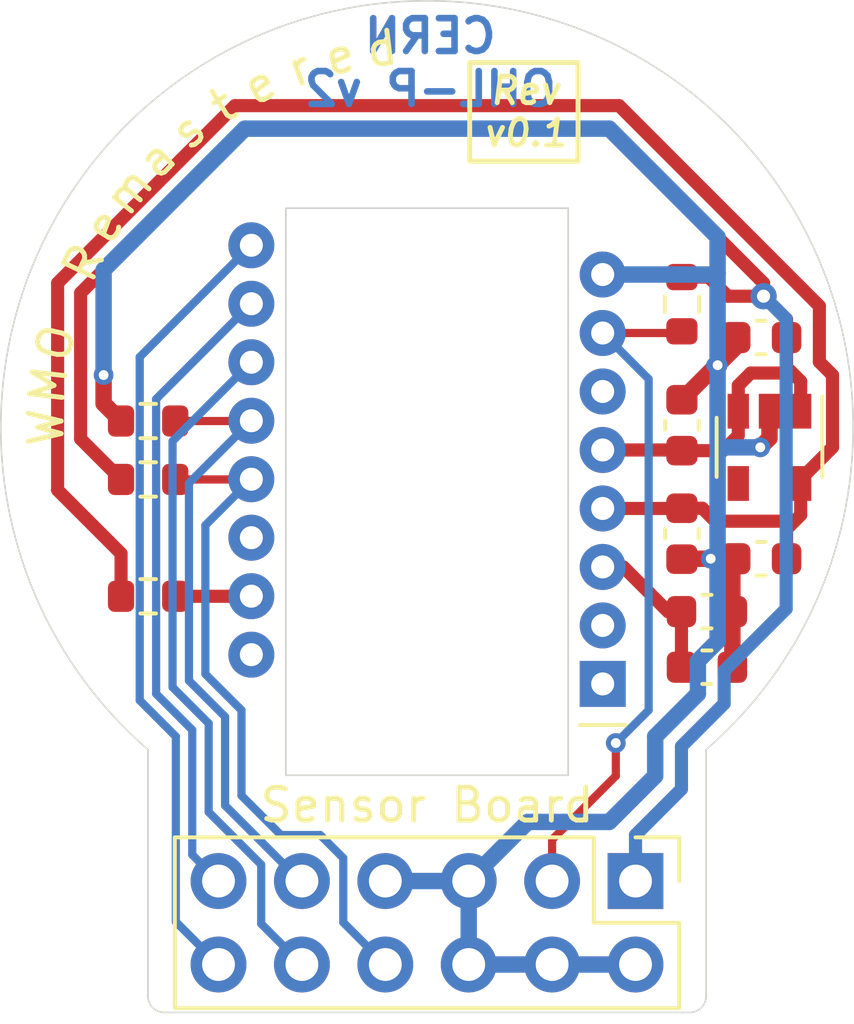
<source format=kicad_pcb>
(kicad_pcb (version 20171130) (host pcbnew 5.1.8)

  (general
    (thickness 1.6)
    (drawings 39)
    (tracks 150)
    (zones 0)
    (modules 13)
    (nets 13)
  )

  (page A4)
  (layers
    (0 F.Cu signal)
    (31 B.Cu signal)
    (32 B.Adhes user)
    (33 F.Adhes user)
    (34 B.Paste user)
    (35 F.Paste user)
    (36 B.SilkS user)
    (37 F.SilkS user)
    (38 B.Mask user)
    (39 F.Mask user)
    (40 Dwgs.User user)
    (41 Cmts.User user)
    (42 Eco1.User user)
    (43 Eco2.User user)
    (44 Edge.Cuts user)
    (45 Margin user)
    (46 B.CrtYd user)
    (47 F.CrtYd user)
    (48 B.Fab user)
    (49 F.Fab user)
  )

  (setup
    (last_trace_width 0.25)
    (user_trace_width 0.4)
    (trace_clearance 0.2)
    (zone_clearance 0.508)
    (zone_45_only no)
    (trace_min 0.2)
    (via_size 0.8)
    (via_drill 0.4)
    (via_min_size 0.4)
    (via_min_drill 0.3)
    (user_via 0.6 0.3)
    (uvia_size 0.3)
    (uvia_drill 0.1)
    (uvias_allowed no)
    (uvia_min_size 0.2)
    (uvia_min_drill 0.1)
    (edge_width 0.05)
    (segment_width 0.2)
    (pcb_text_width 0.3)
    (pcb_text_size 1.5 1.5)
    (mod_edge_width 0.12)
    (mod_text_size 1 1)
    (mod_text_width 0.15)
    (pad_size 1.524 1.524)
    (pad_drill 0.762)
    (pad_to_mask_clearance 0)
    (aux_axis_origin 100 100)
    (grid_origin 100 100)
    (visible_elements FFFFFF7F)
    (pcbplotparams
      (layerselection 0x010fc_ffffffff)
      (usegerberextensions false)
      (usegerberattributes true)
      (usegerberadvancedattributes true)
      (creategerberjobfile true)
      (excludeedgelayer true)
      (linewidth 0.100000)
      (plotframeref false)
      (viasonmask false)
      (mode 1)
      (useauxorigin false)
      (hpglpennumber 1)
      (hpglpenspeed 20)
      (hpglpendiameter 15.000000)
      (psnegative false)
      (psa4output false)
      (plotreference true)
      (plotvalue true)
      (plotinvisibletext false)
      (padsonsilk false)
      (subtractmaskfromsilk false)
      (outputformat 1)
      (mirror false)
      (drillshape 0)
      (scaleselection 1)
      (outputdirectory "gerber/"))
  )

  (net 0 "")
  (net 1 GND)
  (net 2 +3V3)
  (net 3 +1V8)
  (net 4 "Net-(C104-Pad1)")
  (net 5 /~CS)
  (net 6 /MISO)
  (net 7 /~RESET)
  (net 8 "Net-(R104-Pad2)")
  (net 9 "Net-(U101-Pad4)")
  (net 10 /MOSI)
  (net 11 /SCLK)
  (net 12 /MOTION)

  (net_class Default "This is the default net class."
    (clearance 0.2)
    (trace_width 0.25)
    (via_dia 0.8)
    (via_drill 0.4)
    (uvia_dia 0.3)
    (uvia_drill 0.1)
    (add_net +1V8)
    (add_net +3V3)
    (add_net /MISO)
    (add_net /MOSI)
    (add_net /MOTION)
    (add_net /SCLK)
    (add_net /~CS)
    (add_net /~RESET)
    (add_net GND)
    (add_net "Net-(C104-Pad1)")
    (add_net "Net-(R104-Pad2)")
    (add_net "Net-(U101-Pad4)")
  )

  (module Resistor_SMD:R_0603_1608Metric (layer F.Cu) (tedit 5F68FEEE) (tstamp 5FC5D300)
    (at 91.507 105.143)
    (descr "Resistor SMD 0603 (1608 Metric), square (rectangular) end terminal, IPC_7351 nominal, (Body size source: IPC-SM-782 page 72, https://www.pcb-3d.com/wordpress/wp-content/uploads/ipc-sm-782a_amendment_1_and_2.pdf), generated with kicad-footprint-generator")
    (tags resistor)
    (path /5FC6C535)
    (attr smd)
    (fp_text reference R104 (at 0 -1.43) (layer F.SilkS) hide
      (effects (font (size 1 1) (thickness 0.15)))
    )
    (fp_text value 39 (at 0 1.43) (layer F.Fab) hide
      (effects (font (size 1 1) (thickness 0.15)))
    )
    (fp_line (start -0.8 0.4125) (end -0.8 -0.4125) (layer F.Fab) (width 0.1))
    (fp_line (start -0.8 -0.4125) (end 0.8 -0.4125) (layer F.Fab) (width 0.1))
    (fp_line (start 0.8 -0.4125) (end 0.8 0.4125) (layer F.Fab) (width 0.1))
    (fp_line (start 0.8 0.4125) (end -0.8 0.4125) (layer F.Fab) (width 0.1))
    (fp_line (start -0.237258 -0.5225) (end 0.237258 -0.5225) (layer F.SilkS) (width 0.12))
    (fp_line (start -0.237258 0.5225) (end 0.237258 0.5225) (layer F.SilkS) (width 0.12))
    (fp_line (start -1.48 0.73) (end -1.48 -0.73) (layer F.CrtYd) (width 0.05))
    (fp_line (start -1.48 -0.73) (end 1.48 -0.73) (layer F.CrtYd) (width 0.05))
    (fp_line (start 1.48 -0.73) (end 1.48 0.73) (layer F.CrtYd) (width 0.05))
    (fp_line (start 1.48 0.73) (end -1.48 0.73) (layer F.CrtYd) (width 0.05))
    (fp_text user %R (at 0 0) (layer F.Fab) hide
      (effects (font (size 0.4 0.4) (thickness 0.06)))
    )
    (pad 1 smd roundrect (at -0.825 0) (size 0.8 0.95) (layers F.Cu F.Paste F.Mask) (roundrect_rratio 0.25)
      (net 3 +1V8))
    (pad 2 smd roundrect (at 0.825 0) (size 0.8 0.95) (layers F.Cu F.Paste F.Mask) (roundrect_rratio 0.25)
      (net 8 "Net-(R104-Pad2)"))
    (model ${KISYS3DMOD}/Resistor_SMD.3dshapes/R_0603_1608Metric.wrl
      (at (xyz 0 0 0))
      (scale (xyz 1 1 1))
      (rotate (xyz 0 0 0))
    )
  )

  (module Resistor_SMD:R_0603_1608Metric (layer F.Cu) (tedit 5F68FEEE) (tstamp 5FC5D2CD)
    (at 91.507 101.587)
    (descr "Resistor SMD 0603 (1608 Metric), square (rectangular) end terminal, IPC_7351 nominal, (Body size source: IPC-SM-782 page 72, https://www.pcb-3d.com/wordpress/wp-content/uploads/ipc-sm-782a_amendment_1_and_2.pdf), generated with kicad-footprint-generator")
    (tags resistor)
    (path /5FCAC559)
    (attr smd)
    (fp_text reference R101 (at 0 -1.43) (layer F.SilkS) hide
      (effects (font (size 1 1) (thickness 0.15)))
    )
    (fp_text value 100k (at 0 1.43) (layer F.Fab) hide
      (effects (font (size 1 1) (thickness 0.15)))
    )
    (fp_line (start -0.8 0.4125) (end -0.8 -0.4125) (layer F.Fab) (width 0.1))
    (fp_line (start -0.8 -0.4125) (end 0.8 -0.4125) (layer F.Fab) (width 0.1))
    (fp_line (start 0.8 -0.4125) (end 0.8 0.4125) (layer F.Fab) (width 0.1))
    (fp_line (start 0.8 0.4125) (end -0.8 0.4125) (layer F.Fab) (width 0.1))
    (fp_line (start -0.237258 -0.5225) (end 0.237258 -0.5225) (layer F.SilkS) (width 0.12))
    (fp_line (start -0.237258 0.5225) (end 0.237258 0.5225) (layer F.SilkS) (width 0.12))
    (fp_line (start -1.48 0.73) (end -1.48 -0.73) (layer F.CrtYd) (width 0.05))
    (fp_line (start -1.48 -0.73) (end 1.48 -0.73) (layer F.CrtYd) (width 0.05))
    (fp_line (start 1.48 -0.73) (end 1.48 0.73) (layer F.CrtYd) (width 0.05))
    (fp_line (start 1.48 0.73) (end -1.48 0.73) (layer F.CrtYd) (width 0.05))
    (fp_text user %R (at 0 0) (layer F.Fab) hide
      (effects (font (size 0.4 0.4) (thickness 0.06)))
    )
    (pad 1 smd roundrect (at -0.825 0) (size 0.8 0.95) (layers F.Cu F.Paste F.Mask) (roundrect_rratio 0.25)
      (net 2 +3V3))
    (pad 2 smd roundrect (at 0.825 0) (size 0.8 0.95) (layers F.Cu F.Paste F.Mask) (roundrect_rratio 0.25)
      (net 5 /~CS))
    (model ${KISYS3DMOD}/Resistor_SMD.3dshapes/R_0603_1608Metric.wrl
      (at (xyz 0 0 0))
      (scale (xyz 1 1 1))
      (rotate (xyz 0 0 0))
    )
  )

  (module Resistor_SMD:R_0603_1608Metric (layer F.Cu) (tedit 5F68FEEE) (tstamp 5FC5D2DE)
    (at 91.507 99.809 180)
    (descr "Resistor SMD 0603 (1608 Metric), square (rectangular) end terminal, IPC_7351 nominal, (Body size source: IPC-SM-782 page 72, https://www.pcb-3d.com/wordpress/wp-content/uploads/ipc-sm-782a_amendment_1_and_2.pdf), generated with kicad-footprint-generator")
    (tags resistor)
    (path /5FCB9822)
    (attr smd)
    (fp_text reference R102 (at 0 -1.43) (layer F.SilkS) hide
      (effects (font (size 1 1) (thickness 0.15)))
    )
    (fp_text value 100k (at 0 1.43) (layer F.Fab) hide
      (effects (font (size 1 1) (thickness 0.15)))
    )
    (fp_line (start -0.8 0.4125) (end -0.8 -0.4125) (layer F.Fab) (width 0.1))
    (fp_line (start -0.8 -0.4125) (end 0.8 -0.4125) (layer F.Fab) (width 0.1))
    (fp_line (start 0.8 -0.4125) (end 0.8 0.4125) (layer F.Fab) (width 0.1))
    (fp_line (start 0.8 0.4125) (end -0.8 0.4125) (layer F.Fab) (width 0.1))
    (fp_line (start -0.237258 -0.5225) (end 0.237258 -0.5225) (layer F.SilkS) (width 0.12))
    (fp_line (start -0.237258 0.5225) (end 0.237258 0.5225) (layer F.SilkS) (width 0.12))
    (fp_line (start -1.48 0.73) (end -1.48 -0.73) (layer F.CrtYd) (width 0.05))
    (fp_line (start -1.48 -0.73) (end 1.48 -0.73) (layer F.CrtYd) (width 0.05))
    (fp_line (start 1.48 -0.73) (end 1.48 0.73) (layer F.CrtYd) (width 0.05))
    (fp_line (start 1.48 0.73) (end -1.48 0.73) (layer F.CrtYd) (width 0.05))
    (fp_text user %R (at 0 0) (layer F.Fab) hide
      (effects (font (size 0.4 0.4) (thickness 0.06)))
    )
    (pad 1 smd roundrect (at -0.825 0 180) (size 0.8 0.95) (layers F.Cu F.Paste F.Mask) (roundrect_rratio 0.25)
      (net 6 /MISO))
    (pad 2 smd roundrect (at 0.825 0 180) (size 0.8 0.95) (layers F.Cu F.Paste F.Mask) (roundrect_rratio 0.25)
      (net 1 GND))
    (model ${KISYS3DMOD}/Resistor_SMD.3dshapes/R_0603_1608Metric.wrl
      (at (xyz 0 0 0))
      (scale (xyz 1 1 1))
      (rotate (xyz 0 0 0))
    )
  )

  (module Sensor_Tracking:PMW3360 (layer F.Cu) (tedit 5FBF324E) (tstamp 5FC5EA57)
    (at 105.35 107.81 180)
    (descr "Optical Gaming Navigation Chip")
    (tags "Optical Sensor Gaming Navigation Chip Tracking")
    (path /5FD12BBD)
    (fp_text reference U102 (at 5.35 15.5) (layer F.SilkS) hide
      (effects (font (size 1 1) (thickness 0.15)))
    )
    (fp_text value PMW3360 (at 5.35 0) (layer F.Fab) hide
      (effects (font (size 1 1) (thickness 0.15)))
    )
    (fp_line (start 9.9 -1.25) (end 9.9 14.95) (layer F.Fab) (width 0.12))
    (fp_line (start 0.8 14.95) (end 0.8 -1.25) (layer F.Fab) (width 0.12))
    (fp_line (start 0.8 14.95) (end 9.9 14.95) (layer F.Fab) (width 0.12))
    (fp_line (start 0.8 -1.25) (end 9.9 -1.25) (layer F.Fab) (width 0.12))
    (fp_line (start -0.95 15.42) (end -0.95 -3.78) (layer F.CrtYd) (width 0.12))
    (fp_line (start 11.65 15.47) (end -0.95 15.42) (layer F.CrtYd) (width 0.12))
    (fp_line (start 11.65 -3.78) (end 11.65 15.47) (layer F.CrtYd) (width 0.12))
    (fp_line (start -0.95 -3.78) (end 11.65 -3.78) (layer F.CrtYd) (width 0.12))
    (fp_line (start 0.7 -1.25) (end -0.7 -1.25) (layer F.SilkS) (width 0.12))
    (fp_line (start 1.05 14.48) (end 1.05 -2.78) (layer Edge.Cuts) (width 0.05))
    (fp_line (start 1.05 14.48) (end 9.65 14.48) (layer Edge.Cuts) (width 0.05))
    (fp_line (start 9.65 -2.78) (end 9.65 14.48) (layer Edge.Cuts) (width 0.05))
    (fp_line (start 1.05 -2.78) (end 9.65 -2.78) (layer Edge.Cuts) (width 0.05))
    (fp_line (start 7.725 -4.915) (end 2.975 -4.915) (layer Dwgs.User) (width 0.12))
    (fp_circle (center 5.35 5.66) (end 5.6 5.66) (layer Dwgs.User) (width 0.12))
    (fp_line (start 3.85 16.235) (end 2.975 16.235) (layer Dwgs.User) (width 0.12))
    (fp_line (start 7.725 16.235) (end 6.85 16.235) (layer Dwgs.User) (width 0.12))
    (fp_line (start -4.075 9.185) (end -4.075 2.135) (layer Dwgs.User) (width 0.12))
    (fp_line (start 6.85 16.485) (end 3.85 16.485) (layer Dwgs.User) (width 0.12))
    (fp_line (start 14.775 9.185) (end 14.775 2.135) (layer Dwgs.User) (width 0.12))
    (fp_line (start 3.85 16.485) (end 3.85 16.235) (layer Dwgs.User) (width 0.12))
    (fp_line (start 6.85 16.485) (end 6.85 16.235) (layer Dwgs.User) (width 0.12))
    (fp_line (start 3.35 5.66) (end 3.35 1.66) (layer Dwgs.User) (width 0.12))
    (fp_line (start 3.35 1.66) (end 7.35 1.66) (layer Dwgs.User) (width 0.12))
    (fp_line (start 7.35 1.66) (end 7.35 5.66) (layer Dwgs.User) (width 0.12))
    (fp_arc (start 5.35 5.66) (end 3.35 5.66) (angle -180) (layer Dwgs.User) (width 0.12))
    (fp_arc (start 7.725 9.185) (end 7.725 16.235) (angle -90) (layer Dwgs.User) (width 0.12))
    (fp_arc (start 7.725 2.135) (end 14.775 2.135) (angle -90) (layer Dwgs.User) (width 0.12))
    (fp_arc (start 2.975 9.185) (end -4.075 9.185) (angle -90) (layer Dwgs.User) (width 0.12))
    (fp_arc (start 2.975 2.135) (end 2.975 -4.915) (angle -90) (layer Dwgs.User) (width 0.12))
    (pad 16 thru_hole circle (at 10.7 0.89 180) (size 1.4 1.4) (drill 0.7) (layers *.Cu *.Mask))
    (pad 15 thru_hole circle (at 10.7 2.67 180) (size 1.4 1.4) (drill 0.7) (layers *.Cu *.Mask)
      (net 8 "Net-(R104-Pad2)"))
    (pad 14 thru_hole circle (at 10.7 4.45 180) (size 1.4 1.4) (drill 0.7) (layers *.Cu *.Mask))
    (pad 13 thru_hole circle (at 10.7 6.23 180) (size 1.4 1.4) (drill 0.7) (layers *.Cu *.Mask)
      (net 5 /~CS))
    (pad 12 thru_hole circle (at 10.7 8.01 180) (size 1.4 1.4) (drill 0.7) (layers *.Cu *.Mask)
      (net 6 /MISO))
    (pad 11 thru_hole circle (at 10.7 9.79 180) (size 1.4 1.4) (drill 0.7) (layers *.Cu *.Mask)
      (net 10 /MOSI))
    (pad 10 thru_hole circle (at 10.7 11.57 180) (size 1.4 1.4) (drill 0.7) (layers *.Cu *.Mask)
      (net 11 /SCLK))
    (pad 9 thru_hole circle (at 10.7 13.35 180) (size 1.4 1.4) (drill 0.7) (layers *.Cu *.Mask)
      (net 12 /MOTION))
    (pad 1 thru_hole rect (at 0 0 180) (size 1.4 1.4) (drill 0.7) (layers *.Cu *.Mask))
    (pad 2 thru_hole circle (at 0 1.78 180) (size 1.4 1.4) (drill 0.7) (layers *.Cu *.Mask))
    (pad 3 thru_hole circle (at 0 3.56 180) (size 1.4 1.4) (drill 0.7) (layers *.Cu *.Mask)
      (net 4 "Net-(C104-Pad1)"))
    (pad 4 thru_hole circle (at 0 5.34 180) (size 1.4 1.4) (drill 0.7) (layers *.Cu *.Mask)
      (net 3 +1V8))
    (pad 5 thru_hole circle (at 0 7.12 180) (size 1.4 1.4) (drill 0.7) (layers *.Cu *.Mask)
      (net 2 +3V3))
    (pad 6 thru_hole circle (at 0 8.9 180) (size 1.4 1.4) (drill 0.7) (layers *.Cu *.Mask))
    (pad 7 thru_hole circle (at 0 10.68 180) (size 1.4 1.4) (drill 0.7) (layers *.Cu *.Mask)
      (net 7 /~RESET))
    (pad 8 thru_hole circle (at 0 12.46 180) (size 1.4 1.4) (drill 0.7) (layers *.Cu *.Mask)
      (net 1 GND))
    (model /home/perigoso/Development/Part_cp.wrl
      (at (xyz 0 0 0))
      (scale (xyz 1 1 1))
      (rotate (xyz 0 0 0))
    )
  )

  (module Package_TO_SOT_SMD:SOT-23-5 (layer F.Cu) (tedit 5A02FF57) (tstamp 5FC5DA20)
    (at 110.43 100.609999 270)
    (descr "5-pin SOT23 package")
    (tags SOT-23-5)
    (path /5FC59C37)
    (attr smd)
    (fp_text reference U101 (at 0 -2.9 90) (layer F.SilkS) hide
      (effects (font (size 1 1) (thickness 0.15)))
    )
    (fp_text value MIC5504-1.8YM5 (at 0 2.9 90) (layer F.Fab) hide
      (effects (font (size 1 1) (thickness 0.15)))
    )
    (fp_line (start 0.9 -1.55) (end 0.9 1.55) (layer F.Fab) (width 0.1))
    (fp_line (start 0.9 1.55) (end -0.9 1.55) (layer F.Fab) (width 0.1))
    (fp_line (start -0.9 -0.9) (end -0.9 1.55) (layer F.Fab) (width 0.1))
    (fp_line (start 0.9 -1.55) (end -0.25 -1.55) (layer F.Fab) (width 0.1))
    (fp_line (start -0.9 -0.9) (end -0.25 -1.55) (layer F.Fab) (width 0.1))
    (fp_line (start -1.9 1.8) (end -1.9 -1.8) (layer F.CrtYd) (width 0.05))
    (fp_line (start 1.9 1.8) (end -1.9 1.8) (layer F.CrtYd) (width 0.05))
    (fp_line (start 1.9 -1.8) (end 1.9 1.8) (layer F.CrtYd) (width 0.05))
    (fp_line (start -1.9 -1.8) (end 1.9 -1.8) (layer F.CrtYd) (width 0.05))
    (fp_line (start 0.9 -1.61) (end -1.55 -1.61) (layer F.SilkS) (width 0.12))
    (fp_line (start -0.9 1.61) (end 0.9 1.61) (layer F.SilkS) (width 0.12))
    (fp_text user %R (at 0 0) (layer F.Fab) hide
      (effects (font (size 0.5 0.5) (thickness 0.075)))
    )
    (pad 5 smd rect (at 1.1 -0.95 270) (size 1.06 0.65) (layers F.Cu F.Paste F.Mask)
      (net 3 +1V8))
    (pad 4 smd rect (at 1.1 0.95 270) (size 1.06 0.65) (layers F.Cu F.Paste F.Mask)
      (net 9 "Net-(U101-Pad4)"))
    (pad 3 smd rect (at -1.1 0.95 270) (size 1.06 0.65) (layers F.Cu F.Paste F.Mask)
      (net 2 +3V3))
    (pad 2 smd rect (at -1.1 0 270) (size 1.06 0.65) (layers F.Cu F.Paste F.Mask)
      (net 1 GND))
    (pad 1 smd rect (at -1.1 -0.95 270) (size 1.06 0.65) (layers F.Cu F.Paste F.Mask)
      (net 2 +3V3))
    (model ${KISYS3DMOD}/Package_TO_SOT_SMD.3dshapes/SOT-23-5.wrl
      (at (xyz 0 0 0))
      (scale (xyz 1 1 1))
      (rotate (xyz 0 0 0))
    )
  )

  (module Resistor_SMD:R_0603_1608Metric (layer F.Cu) (tedit 5F68FEEE) (tstamp 5FC5D2EF)
    (at 107.763 96.253 270)
    (descr "Resistor SMD 0603 (1608 Metric), square (rectangular) end terminal, IPC_7351 nominal, (Body size source: IPC-SM-782 page 72, https://www.pcb-3d.com/wordpress/wp-content/uploads/ipc-sm-782a_amendment_1_and_2.pdf), generated with kicad-footprint-generator")
    (tags resistor)
    (path /5FC70663)
    (attr smd)
    (fp_text reference R103 (at 0 -1.43 90) (layer F.SilkS) hide
      (effects (font (size 1 1) (thickness 0.15)))
    )
    (fp_text value 100k (at 0 1.43 90) (layer F.Fab) hide
      (effects (font (size 1 1) (thickness 0.15)))
    )
    (fp_line (start 1.48 0.73) (end -1.48 0.73) (layer F.CrtYd) (width 0.05))
    (fp_line (start 1.48 -0.73) (end 1.48 0.73) (layer F.CrtYd) (width 0.05))
    (fp_line (start -1.48 -0.73) (end 1.48 -0.73) (layer F.CrtYd) (width 0.05))
    (fp_line (start -1.48 0.73) (end -1.48 -0.73) (layer F.CrtYd) (width 0.05))
    (fp_line (start -0.237258 0.5225) (end 0.237258 0.5225) (layer F.SilkS) (width 0.12))
    (fp_line (start -0.237258 -0.5225) (end 0.237258 -0.5225) (layer F.SilkS) (width 0.12))
    (fp_line (start 0.8 0.4125) (end -0.8 0.4125) (layer F.Fab) (width 0.1))
    (fp_line (start 0.8 -0.4125) (end 0.8 0.4125) (layer F.Fab) (width 0.1))
    (fp_line (start -0.8 -0.4125) (end 0.8 -0.4125) (layer F.Fab) (width 0.1))
    (fp_line (start -0.8 0.4125) (end -0.8 -0.4125) (layer F.Fab) (width 0.1))
    (fp_text user %R (at 0 0 90) (layer F.Fab) hide
      (effects (font (size 0.4 0.4) (thickness 0.06)))
    )
    (pad 2 smd roundrect (at 0.825 0 270) (size 0.8 0.95) (layers F.Cu F.Paste F.Mask) (roundrect_rratio 0.25)
      (net 7 /~RESET))
    (pad 1 smd roundrect (at -0.825 0 270) (size 0.8 0.95) (layers F.Cu F.Paste F.Mask) (roundrect_rratio 0.25)
      (net 2 +3V3))
    (model ${KISYS3DMOD}/Resistor_SMD.3dshapes/R_0603_1608Metric.wrl
      (at (xyz 0 0 0))
      (scale (xyz 1 1 1))
      (rotate (xyz 0 0 0))
    )
  )

  (module Connector_PinHeader_2.54mm:PinHeader_2x06_P2.54mm_Vertical (layer F.Cu) (tedit 59FED5CC) (tstamp 5FC5D2BC)
    (at 106.35 113.81 270)
    (descr "Through hole straight pin header, 2x06, 2.54mm pitch, double rows")
    (tags "Through hole pin header THT 2x06 2.54mm double row")
    (path /5FC56DBE)
    (fp_text reference J101 (at 1.27 -2.33 90) (layer F.SilkS) hide
      (effects (font (size 1 1) (thickness 0.15)))
    )
    (fp_text value Conn_02x06_Odd_Even (at 1.27 15.03 90) (layer F.Fab) hide
      (effects (font (size 1 1) (thickness 0.15)))
    )
    (fp_line (start 4.35 -1.8) (end -1.8 -1.8) (layer F.CrtYd) (width 0.05))
    (fp_line (start 4.35 14.5) (end 4.35 -1.8) (layer F.CrtYd) (width 0.05))
    (fp_line (start -1.8 14.5) (end 4.35 14.5) (layer F.CrtYd) (width 0.05))
    (fp_line (start -1.8 -1.8) (end -1.8 14.5) (layer F.CrtYd) (width 0.05))
    (fp_line (start -1.33 -1.33) (end 0 -1.33) (layer F.SilkS) (width 0.12))
    (fp_line (start -1.33 0) (end -1.33 -1.33) (layer F.SilkS) (width 0.12))
    (fp_line (start 1.27 -1.33) (end 3.87 -1.33) (layer F.SilkS) (width 0.12))
    (fp_line (start 1.27 1.27) (end 1.27 -1.33) (layer F.SilkS) (width 0.12))
    (fp_line (start -1.33 1.27) (end 1.27 1.27) (layer F.SilkS) (width 0.12))
    (fp_line (start 3.87 -1.33) (end 3.87 14.03) (layer F.SilkS) (width 0.12))
    (fp_line (start -1.33 1.27) (end -1.33 14.03) (layer F.SilkS) (width 0.12))
    (fp_line (start -1.33 14.03) (end 3.87 14.03) (layer F.SilkS) (width 0.12))
    (fp_line (start -1.27 0) (end 0 -1.27) (layer F.Fab) (width 0.1))
    (fp_line (start -1.27 13.97) (end -1.27 0) (layer F.Fab) (width 0.1))
    (fp_line (start 3.81 13.97) (end -1.27 13.97) (layer F.Fab) (width 0.1))
    (fp_line (start 3.81 -1.27) (end 3.81 13.97) (layer F.Fab) (width 0.1))
    (fp_line (start 0 -1.27) (end 3.81 -1.27) (layer F.Fab) (width 0.1))
    (fp_text user %R (at 1.27 6.35) (layer F.Fab) hide
      (effects (font (size 1 1) (thickness 0.15)))
    )
    (pad 12 thru_hole oval (at 2.54 12.7 270) (size 1.7 1.7) (drill 1) (layers *.Cu *.Mask)
      (net 12 /MOTION))
    (pad 11 thru_hole oval (at 0 12.7 270) (size 1.7 1.7) (drill 1) (layers *.Cu *.Mask)
      (net 11 /SCLK))
    (pad 10 thru_hole oval (at 2.54 10.16 270) (size 1.7 1.7) (drill 1) (layers *.Cu *.Mask)
      (net 10 /MOSI))
    (pad 9 thru_hole oval (at 0 10.16 270) (size 1.7 1.7) (drill 1) (layers *.Cu *.Mask)
      (net 6 /MISO))
    (pad 8 thru_hole oval (at 2.54 7.62 270) (size 1.7 1.7) (drill 1) (layers *.Cu *.Mask)
      (net 5 /~CS))
    (pad 7 thru_hole oval (at 0 7.62 270) (size 1.7 1.7) (drill 1) (layers *.Cu *.Mask)
      (net 1 GND))
    (pad 6 thru_hole oval (at 2.54 5.08 270) (size 1.7 1.7) (drill 1) (layers *.Cu *.Mask)
      (net 1 GND))
    (pad 5 thru_hole oval (at 0 5.08 270) (size 1.7 1.7) (drill 1) (layers *.Cu *.Mask)
      (net 1 GND))
    (pad 4 thru_hole oval (at 2.54 2.54 270) (size 1.7 1.7) (drill 1) (layers *.Cu *.Mask)
      (net 1 GND))
    (pad 3 thru_hole oval (at 0 2.54 270) (size 1.7 1.7) (drill 1) (layers *.Cu *.Mask)
      (net 7 /~RESET))
    (pad 2 thru_hole oval (at 2.54 0 270) (size 1.7 1.7) (drill 1) (layers *.Cu *.Mask)
      (net 1 GND))
    (pad 1 thru_hole rect (at 0 0 270) (size 1.7 1.7) (drill 1) (layers *.Cu *.Mask)
      (net 2 +3V3))
    (model ${KISYS3DMOD}/Connector_PinHeader_2.54mm.3dshapes/PinHeader_2x06_P2.54mm_Vertical.wrl
      (at (xyz 0 0 0))
      (scale (xyz 1 1 1))
      (rotate (xyz 0 0 0))
    )
  )

  (module Capacitor_SMD:C_0603_1608Metric (layer F.Cu) (tedit 5F68FEEE) (tstamp 5FC5D29A)
    (at 108.525 107.302)
    (descr "Capacitor SMD 0603 (1608 Metric), square (rectangular) end terminal, IPC_7351 nominal, (Body size source: IPC-SM-782 page 76, https://www.pcb-3d.com/wordpress/wp-content/uploads/ipc-sm-782a_amendment_1_and_2.pdf), generated with kicad-footprint-generator")
    (tags capacitor)
    (path /5FC5FFD5)
    (attr smd)
    (fp_text reference C106 (at 0 -1.43) (layer F.SilkS) hide
      (effects (font (size 1 1) (thickness 0.15)))
    )
    (fp_text value 4.7uF (at 0 1.43) (layer F.Fab) hide
      (effects (font (size 1 1) (thickness 0.15)))
    )
    (fp_line (start 1.48 0.73) (end -1.48 0.73) (layer F.CrtYd) (width 0.05))
    (fp_line (start 1.48 -0.73) (end 1.48 0.73) (layer F.CrtYd) (width 0.05))
    (fp_line (start -1.48 -0.73) (end 1.48 -0.73) (layer F.CrtYd) (width 0.05))
    (fp_line (start -1.48 0.73) (end -1.48 -0.73) (layer F.CrtYd) (width 0.05))
    (fp_line (start -0.14058 0.51) (end 0.14058 0.51) (layer F.SilkS) (width 0.12))
    (fp_line (start -0.14058 -0.51) (end 0.14058 -0.51) (layer F.SilkS) (width 0.12))
    (fp_line (start 0.8 0.4) (end -0.8 0.4) (layer F.Fab) (width 0.1))
    (fp_line (start 0.8 -0.4) (end 0.8 0.4) (layer F.Fab) (width 0.1))
    (fp_line (start -0.8 -0.4) (end 0.8 -0.4) (layer F.Fab) (width 0.1))
    (fp_line (start -0.8 0.4) (end -0.8 -0.4) (layer F.Fab) (width 0.1))
    (fp_text user %R (at 0 0) (layer F.Fab) hide
      (effects (font (size 0.4 0.4) (thickness 0.06)))
    )
    (pad 2 smd roundrect (at 0.775 0) (size 0.9 0.95) (layers F.Cu F.Paste F.Mask) (roundrect_rratio 0.25)
      (net 1 GND))
    (pad 1 smd roundrect (at -0.775 0) (size 0.9 0.95) (layers F.Cu F.Paste F.Mask) (roundrect_rratio 0.25)
      (net 4 "Net-(C104-Pad1)"))
    (model ${KISYS3DMOD}/Capacitor_SMD.3dshapes/C_0603_1608Metric.wrl
      (at (xyz 0 0 0))
      (scale (xyz 1 1 1))
      (rotate (xyz 0 0 0))
    )
  )

  (module Capacitor_SMD:C_0603_1608Metric (layer F.Cu) (tedit 5F68FEEE) (tstamp 5FC5D289)
    (at 107.763 103.238 270)
    (descr "Capacitor SMD 0603 (1608 Metric), square (rectangular) end terminal, IPC_7351 nominal, (Body size source: IPC-SM-782 page 76, https://www.pcb-3d.com/wordpress/wp-content/uploads/ipc-sm-782a_amendment_1_and_2.pdf), generated with kicad-footprint-generator")
    (tags capacitor)
    (path /5FC78720)
    (attr smd)
    (fp_text reference C105 (at 0 -1.43 90) (layer F.SilkS) hide
      (effects (font (size 1 1) (thickness 0.15)))
    )
    (fp_text value 100nF (at 0 1.43 90) (layer F.Fab) hide
      (effects (font (size 1 1) (thickness 0.15)))
    )
    (fp_line (start 1.48 0.73) (end -1.48 0.73) (layer F.CrtYd) (width 0.05))
    (fp_line (start 1.48 -0.73) (end 1.48 0.73) (layer F.CrtYd) (width 0.05))
    (fp_line (start -1.48 -0.73) (end 1.48 -0.73) (layer F.CrtYd) (width 0.05))
    (fp_line (start -1.48 0.73) (end -1.48 -0.73) (layer F.CrtYd) (width 0.05))
    (fp_line (start -0.14058 0.51) (end 0.14058 0.51) (layer F.SilkS) (width 0.12))
    (fp_line (start -0.14058 -0.51) (end 0.14058 -0.51) (layer F.SilkS) (width 0.12))
    (fp_line (start 0.8 0.4) (end -0.8 0.4) (layer F.Fab) (width 0.1))
    (fp_line (start 0.8 -0.4) (end 0.8 0.4) (layer F.Fab) (width 0.1))
    (fp_line (start -0.8 -0.4) (end 0.8 -0.4) (layer F.Fab) (width 0.1))
    (fp_line (start -0.8 0.4) (end -0.8 -0.4) (layer F.Fab) (width 0.1))
    (fp_text user %R (at 0 0 90) (layer F.Fab) hide
      (effects (font (size 0.4 0.4) (thickness 0.06)))
    )
    (pad 2 smd roundrect (at 0.775 0 270) (size 0.9 0.95) (layers F.Cu F.Paste F.Mask) (roundrect_rratio 0.25)
      (net 1 GND))
    (pad 1 smd roundrect (at -0.775 0 270) (size 0.9 0.95) (layers F.Cu F.Paste F.Mask) (roundrect_rratio 0.25)
      (net 3 +1V8))
    (model ${KISYS3DMOD}/Capacitor_SMD.3dshapes/C_0603_1608Metric.wrl
      (at (xyz 0 0 0))
      (scale (xyz 1 1 1))
      (rotate (xyz 0 0 0))
    )
  )

  (module Capacitor_SMD:C_0603_1608Metric (layer F.Cu) (tedit 5F68FEEE) (tstamp 5FC5D278)
    (at 108.525 105.61)
    (descr "Capacitor SMD 0603 (1608 Metric), square (rectangular) end terminal, IPC_7351 nominal, (Body size source: IPC-SM-782 page 76, https://www.pcb-3d.com/wordpress/wp-content/uploads/ipc-sm-782a_amendment_1_and_2.pdf), generated with kicad-footprint-generator")
    (tags capacitor)
    (path /5FC5B8D4)
    (attr smd)
    (fp_text reference C104 (at 0 -1.43) (layer F.SilkS) hide
      (effects (font (size 1 1) (thickness 0.15)))
    )
    (fp_text value 100nF (at 0 1.43) (layer F.Fab) hide
      (effects (font (size 1 1) (thickness 0.15)))
    )
    (fp_line (start 1.48 0.73) (end -1.48 0.73) (layer F.CrtYd) (width 0.05))
    (fp_line (start 1.48 -0.73) (end 1.48 0.73) (layer F.CrtYd) (width 0.05))
    (fp_line (start -1.48 -0.73) (end 1.48 -0.73) (layer F.CrtYd) (width 0.05))
    (fp_line (start -1.48 0.73) (end -1.48 -0.73) (layer F.CrtYd) (width 0.05))
    (fp_line (start -0.14058 0.51) (end 0.14058 0.51) (layer F.SilkS) (width 0.12))
    (fp_line (start -0.14058 -0.51) (end 0.14058 -0.51) (layer F.SilkS) (width 0.12))
    (fp_line (start 0.8 0.4) (end -0.8 0.4) (layer F.Fab) (width 0.1))
    (fp_line (start 0.8 -0.4) (end 0.8 0.4) (layer F.Fab) (width 0.1))
    (fp_line (start -0.8 -0.4) (end 0.8 -0.4) (layer F.Fab) (width 0.1))
    (fp_line (start -0.8 0.4) (end -0.8 -0.4) (layer F.Fab) (width 0.1))
    (fp_text user %R (at 0 0) (layer F.Fab) hide
      (effects (font (size 0.4 0.4) (thickness 0.06)))
    )
    (pad 2 smd roundrect (at 0.775 0) (size 0.9 0.95) (layers F.Cu F.Paste F.Mask) (roundrect_rratio 0.25)
      (net 1 GND))
    (pad 1 smd roundrect (at -0.775 0) (size 0.9 0.95) (layers F.Cu F.Paste F.Mask) (roundrect_rratio 0.25)
      (net 4 "Net-(C104-Pad1)"))
    (model ${KISYS3DMOD}/Capacitor_SMD.3dshapes/C_0603_1608Metric.wrl
      (at (xyz 0 0 0))
      (scale (xyz 1 1 1))
      (rotate (xyz 0 0 0))
    )
  )

  (module Capacitor_SMD:C_0603_1608Metric (layer F.Cu) (tedit 5F68FEEE) (tstamp 5FC5D267)
    (at 107.763 99.936 90)
    (descr "Capacitor SMD 0603 (1608 Metric), square (rectangular) end terminal, IPC_7351 nominal, (Body size source: IPC-SM-782 page 76, https://www.pcb-3d.com/wordpress/wp-content/uploads/ipc-sm-782a_amendment_1_and_2.pdf), generated with kicad-footprint-generator")
    (tags capacitor)
    (path /5FC77FB9)
    (attr smd)
    (fp_text reference C103 (at 0 -1.43 90) (layer F.SilkS) hide
      (effects (font (size 1 1) (thickness 0.15)))
    )
    (fp_text value 100nF (at 0 1.43 90) (layer F.Fab) hide
      (effects (font (size 1 1) (thickness 0.15)))
    )
    (fp_line (start 1.48 0.73) (end -1.48 0.73) (layer F.CrtYd) (width 0.05))
    (fp_line (start 1.48 -0.73) (end 1.48 0.73) (layer F.CrtYd) (width 0.05))
    (fp_line (start -1.48 -0.73) (end 1.48 -0.73) (layer F.CrtYd) (width 0.05))
    (fp_line (start -1.48 0.73) (end -1.48 -0.73) (layer F.CrtYd) (width 0.05))
    (fp_line (start -0.14058 0.51) (end 0.14058 0.51) (layer F.SilkS) (width 0.12))
    (fp_line (start -0.14058 -0.51) (end 0.14058 -0.51) (layer F.SilkS) (width 0.12))
    (fp_line (start 0.8 0.4) (end -0.8 0.4) (layer F.Fab) (width 0.1))
    (fp_line (start 0.8 -0.4) (end 0.8 0.4) (layer F.Fab) (width 0.1))
    (fp_line (start -0.8 -0.4) (end 0.8 -0.4) (layer F.Fab) (width 0.1))
    (fp_line (start -0.8 0.4) (end -0.8 -0.4) (layer F.Fab) (width 0.1))
    (fp_text user %R (at 0 0 90) (layer F.Fab) hide
      (effects (font (size 0.4 0.4) (thickness 0.06)))
    )
    (pad 2 smd roundrect (at 0.775 0 90) (size 0.9 0.95) (layers F.Cu F.Paste F.Mask) (roundrect_rratio 0.25)
      (net 1 GND))
    (pad 1 smd roundrect (at -0.775 0 90) (size 0.9 0.95) (layers F.Cu F.Paste F.Mask) (roundrect_rratio 0.25)
      (net 2 +3V3))
    (model ${KISYS3DMOD}/Capacitor_SMD.3dshapes/C_0603_1608Metric.wrl
      (at (xyz 0 0 0))
      (scale (xyz 1 1 1))
      (rotate (xyz 0 0 0))
    )
  )

  (module Capacitor_SMD:C_0603_1608Metric (layer F.Cu) (tedit 5F68FEEE) (tstamp 5FC5D256)
    (at 110.176 104 180)
    (descr "Capacitor SMD 0603 (1608 Metric), square (rectangular) end terminal, IPC_7351 nominal, (Body size source: IPC-SM-782 page 76, https://www.pcb-3d.com/wordpress/wp-content/uploads/ipc-sm-782a_amendment_1_and_2.pdf), generated with kicad-footprint-generator")
    (tags capacitor)
    (path /5FC92A4D)
    (attr smd)
    (fp_text reference C102 (at 0 -1.43) (layer F.SilkS) hide
      (effects (font (size 1 1) (thickness 0.15)))
    )
    (fp_text value 1uF (at 0 1.43) (layer F.Fab) hide
      (effects (font (size 1 1) (thickness 0.15)))
    )
    (fp_line (start 1.48 0.73) (end -1.48 0.73) (layer F.CrtYd) (width 0.05))
    (fp_line (start 1.48 -0.73) (end 1.48 0.73) (layer F.CrtYd) (width 0.05))
    (fp_line (start -1.48 -0.73) (end 1.48 -0.73) (layer F.CrtYd) (width 0.05))
    (fp_line (start -1.48 0.73) (end -1.48 -0.73) (layer F.CrtYd) (width 0.05))
    (fp_line (start -0.14058 0.51) (end 0.14058 0.51) (layer F.SilkS) (width 0.12))
    (fp_line (start -0.14058 -0.51) (end 0.14058 -0.51) (layer F.SilkS) (width 0.12))
    (fp_line (start 0.8 0.4) (end -0.8 0.4) (layer F.Fab) (width 0.1))
    (fp_line (start 0.8 -0.4) (end 0.8 0.4) (layer F.Fab) (width 0.1))
    (fp_line (start -0.8 -0.4) (end 0.8 -0.4) (layer F.Fab) (width 0.1))
    (fp_line (start -0.8 0.4) (end -0.8 -0.4) (layer F.Fab) (width 0.1))
    (fp_text user %R (at 0 0) (layer F.Fab) hide
      (effects (font (size 0.4 0.4) (thickness 0.06)))
    )
    (pad 2 smd roundrect (at 0.775 0 180) (size 0.9 0.95) (layers F.Cu F.Paste F.Mask) (roundrect_rratio 0.25)
      (net 1 GND))
    (pad 1 smd roundrect (at -0.775 0 180) (size 0.9 0.95) (layers F.Cu F.Paste F.Mask) (roundrect_rratio 0.25)
      (net 3 +1V8))
    (model ${KISYS3DMOD}/Capacitor_SMD.3dshapes/C_0603_1608Metric.wrl
      (at (xyz 0 0 0))
      (scale (xyz 1 1 1))
      (rotate (xyz 0 0 0))
    )
  )

  (module Capacitor_SMD:C_0603_1608Metric (layer F.Cu) (tedit 5F68FEEE) (tstamp 5FC5D245)
    (at 110.176 97.269 180)
    (descr "Capacitor SMD 0603 (1608 Metric), square (rectangular) end terminal, IPC_7351 nominal, (Body size source: IPC-SM-782 page 76, https://www.pcb-3d.com/wordpress/wp-content/uploads/ipc-sm-782a_amendment_1_and_2.pdf), generated with kicad-footprint-generator")
    (tags capacitor)
    (path /5FC84CD3)
    (attr smd)
    (fp_text reference C101 (at 0 -1.43) (layer F.SilkS) hide
      (effects (font (size 1 1) (thickness 0.15)))
    )
    (fp_text value 1uF (at 0 1.43) (layer F.Fab) hide
      (effects (font (size 1 1) (thickness 0.15)))
    )
    (fp_line (start 1.48 0.73) (end -1.48 0.73) (layer F.CrtYd) (width 0.05))
    (fp_line (start 1.48 -0.73) (end 1.48 0.73) (layer F.CrtYd) (width 0.05))
    (fp_line (start -1.48 -0.73) (end 1.48 -0.73) (layer F.CrtYd) (width 0.05))
    (fp_line (start -1.48 0.73) (end -1.48 -0.73) (layer F.CrtYd) (width 0.05))
    (fp_line (start -0.14058 0.51) (end 0.14058 0.51) (layer F.SilkS) (width 0.12))
    (fp_line (start -0.14058 -0.51) (end 0.14058 -0.51) (layer F.SilkS) (width 0.12))
    (fp_line (start 0.8 0.4) (end -0.8 0.4) (layer F.Fab) (width 0.1))
    (fp_line (start 0.8 -0.4) (end 0.8 0.4) (layer F.Fab) (width 0.1))
    (fp_line (start -0.8 -0.4) (end 0.8 -0.4) (layer F.Fab) (width 0.1))
    (fp_line (start -0.8 0.4) (end -0.8 -0.4) (layer F.Fab) (width 0.1))
    (fp_text user %R (at 0 0) (layer F.Fab) hide
      (effects (font (size 0.4 0.4) (thickness 0.06)))
    )
    (pad 2 smd roundrect (at 0.775 0 180) (size 0.9 0.95) (layers F.Cu F.Paste F.Mask) (roundrect_rratio 0.25)
      (net 1 GND))
    (pad 1 smd roundrect (at -0.775 0 180) (size 0.9 0.95) (layers F.Cu F.Paste F.Mask) (roundrect_rratio 0.25)
      (net 2 +3V3))
    (model ${KISYS3DMOD}/Capacitor_SMD.3dshapes/C_0603_1608Metric.wrl
      (at (xyz 0 0 0))
      (scale (xyz 1 1 1))
      (rotate (xyz 0 0 0))
    )
  )

  (gr_line (start 104.6 88.9) (end 104.6 91.9) (layer F.SilkS) (width 0.15) (tstamp 5FCB4EE1))
  (gr_line (start 104.6 91.9) (end 101.3 91.9) (layer F.SilkS) (width 0.15) (tstamp 5FCB4EE0))
  (gr_line (start 101.3 91.9) (end 101.3 88.9) (layer F.SilkS) (width 0.15) (tstamp 5FCB4EDF))
  (gr_text "Rev\nv0.1" (at 103 90.4) (layer F.SilkS) (tstamp 5FCB4EDE)
    (effects (font (size 0.8 0.8) (thickness 0.15) italic))
  )
  (gr_line (start 101.3 88.9) (end 104.6 88.9) (layer F.SilkS) (width 0.15) (tstamp 5FCB4EDD))
  (gr_text "CERN\nOHL-P v2" (at 100.1 88.9) (layer B.Cu) (tstamp 5FCB4EDB)
    (effects (font (size 1 1) (thickness 0.2)) (justify mirror))
  )
  (gr_text "Sensor Board" (at 100 111.5) (layer F.SilkS)
    (effects (font (size 1 1) (thickness 0.15)))
  )
  (gr_line (start 100 100) (end 98.626515 88.4816) (layer Dwgs.User) (width 0.12) (tstamp 5FCB4DE8))
  (gr_line (start 100 100) (end 97.351131 88.706485) (layer Dwgs.User) (width 0.12) (tstamp 5FCB4DAC))
  (gr_line (start 100 100) (end 96.108763 89.072134) (layer Dwgs.User) (width 0.12) (tstamp 5FCB4DAC))
  (gr_line (start 100 100) (end 94.914896 89.573989) (layer Dwgs.User) (width 0.12) (tstamp 5FCB4DAC))
  (gr_line (start 100 100) (end 93.78441 90.205796) (layer Dwgs.User) (width 0.12) (tstamp 5FCB4D3C))
  (gr_line (start 100 100) (end 92.731397 90.959679) (layer Dwgs.User) (width 0.12) (tstamp 5FCB4D3C))
  (gr_line (start 100 100) (end 91.768981 91.826242) (layer Dwgs.User) (width 0.12) (tstamp 5FCB4D3C))
  (gr_line (start 100 100) (end 90.909157 92.794684) (layer Dwgs.User) (width 0.12) (tstamp 5FCB4B5C))
  (gr_line (start 100 100) (end 89.538743 94.987804) (layer Dwgs.User) (width 0.12) (tstamp 5FCB4B5B))
  (gr_line (start 100 100) (end 88.688267 97.430037) (layer Dwgs.User) (width 0.12) (tstamp 5FCB4B5A))
  (gr_line (start 100 100) (end 90.162643 93.852935) (layer Dwgs.User) (width 0.12) (tstamp 5FCB4B45))
  (gr_line (start 100 100) (end 88.472292 98.70696) (layer Dwgs.User) (width 0.12) (tstamp 5FCB4A43))
  (gr_line (start 100 100) (end 88.4 100) (layer Dwgs.User) (width 0.12))
  (gr_text d (at 98.626515 88.4816 6.8) (layer F.SilkS)
    (effects (font (size 1 1) (thickness 0.15)))
  )
  (gr_text e (at 97.351131 88.706485 13.2) (layer F.SilkS)
    (effects (font (size 1 1) (thickness 0.15)))
  )
  (gr_text r (at 96.108763 89.072134 19.6) (layer F.SilkS)
    (effects (font (size 1 1) (thickness 0.15)))
  )
  (gr_text e (at 94.914896 89.573989 26) (layer F.SilkS)
    (effects (font (size 1 1) (thickness 0.15)))
  )
  (gr_text t (at 93.78441 90.205796 32.4) (layer F.SilkS)
    (effects (font (size 1 1) (thickness 0.15)))
  )
  (gr_text s (at 92.731397 90.959679 38.8) (layer F.SilkS)
    (effects (font (size 1 1) (thickness 0.15)))
  )
  (gr_text a (at 91.768981 91.826242 45.2) (layer F.SilkS)
    (effects (font (size 1 1) (thickness 0.15)))
  )
  (gr_text m (at 90.909157 92.794684 51.6) (layer F.SilkS)
    (effects (font (size 1 1) (thickness 0.15)))
  )
  (gr_text e (at 90.162643 93.852935 58) (layer F.SilkS)
    (effects (font (size 1 1) (thickness 0.15)))
  )
  (gr_text R (at 89.538743 94.987804 64.4) (layer F.SilkS)
    (effects (font (size 1 1) (thickness 0.15)))
  )
  (gr_text O (at 88.688267 97.430037 77.2) (layer F.SilkS)
    (effects (font (size 1 1) (thickness 0.15)))
  )
  (gr_text M (at 88.472292 98.70696 83.6) (layer F.SilkS)
    (effects (font (size 1 1) (thickness 0.15)))
  )
  (gr_text W (at 88.4 100 90) (layer F.SilkS)
    (effects (font (size 1 1) (thickness 0.15)))
  )
  (gr_arc (start 100 100) (end 108.5 109.81) (angle -278.1845763) (layer Edge.Cuts) (width 0.05))
  (gr_line (start 108.5 117.31) (end 108.5 109.81) (layer Edge.Cuts) (width 0.05))
  (gr_arc (start 108 117.31) (end 108 117.81) (angle -90) (layer Edge.Cuts) (width 0.05))
  (gr_line (start 92 117.81) (end 108 117.81) (layer Edge.Cuts) (width 0.05))
  (gr_arc (start 92 117.31) (end 91.5 117.31) (angle -90) (layer Edge.Cuts) (width 0.05))
  (gr_line (start 91.5 109.81) (end 91.5 117.31) (layer Edge.Cuts) (width 0.05))

  (segment (start 98.73 113.81) (end 101.27 113.81) (width 0.5) (layer B.Cu) (net 1))
  (segment (start 101.27 116.35) (end 101.27 113.81) (width 0.5) (layer B.Cu) (net 1))
  (segment (start 101.27 116.35) (end 103.81 116.35) (width 0.5) (layer B.Cu) (net 1))
  (segment (start 103.81 116.35) (end 106.35 116.35) (width 0.5) (layer B.Cu) (net 1))
  (segment (start 101.27 113.782) (end 101.27 113.81) (width 0.5) (layer B.Cu) (net 1))
  (via (at 110.15 100.61) (size 0.6) (drill 0.3) (layers F.Cu B.Cu) (net 1))
  (segment (start 110.43 100.33) (end 110.15 100.61) (width 0.5) (layer F.Cu) (net 1))
  (segment (start 110.43 99.509999) (end 110.43 100.33) (width 0.5) (layer F.Cu) (net 1))
  (segment (start 108.85 100.61) (end 110.15 100.61) (width 0.5) (layer B.Cu) (net 1))
  (segment (start 108.85 100.61) (end 108.85 98.01) (width 0.5) (layer B.Cu) (net 1))
  (segment (start 108.75 98.11) (end 108.85 98.11) (width 0.5) (layer B.Cu) (net 1))
  (segment (start 108.814 98.11) (end 107.763 99.161) (width 0.5) (layer F.Cu) (net 1))
  (via (at 108.85 98.11) (size 0.6) (drill 0.3) (layers F.Cu B.Cu) (net 1))
  (segment (start 109.401 97.559) (end 109.401 97.269) (width 0.5) (layer F.Cu) (net 1))
  (segment (start 108.85 98.11) (end 109.401 97.559) (width 0.5) (layer F.Cu) (net 1))
  (segment (start 109.3 107.302) (end 109.3 105.61) (width 0.5) (layer F.Cu) (net 1))
  (segment (start 109.3 104.101) (end 109.401 104) (width 0.5) (layer F.Cu) (net 1))
  (segment (start 109.3 105.61) (end 109.3 104.101) (width 0.5) (layer F.Cu) (net 1))
  (segment (start 107.776 104) (end 107.763 104.013) (width 0.5) (layer F.Cu) (net 1))
  (via (at 108.64 104) (size 0.6) (drill 0.3) (layers F.Cu B.Cu) (net 1))
  (segment (start 109.401 104) (end 108.64 104) (width 0.5) (layer F.Cu) (net 1))
  (segment (start 108.64 104) (end 107.776 104) (width 0.5) (layer F.Cu) (net 1))
  (segment (start 108.84 104) (end 108.85 104.01) (width 0.5) (layer B.Cu) (net 1))
  (segment (start 108.64 104) (end 108.84 104) (width 0.5) (layer B.Cu) (net 1))
  (segment (start 108.85 104.01) (end 108.85 100.61) (width 0.5) (layer B.Cu) (net 1))
  (segment (start 108.81 95.35) (end 108.85 95.31) (width 0.5) (layer B.Cu) (net 1))
  (segment (start 105.35 95.35) (end 108.81 95.35) (width 0.5) (layer B.Cu) (net 1))
  (segment (start 108.85 98.01) (end 108.85 95.31) (width 0.5) (layer B.Cu) (net 1))
  (segment (start 90.15 98.41) (end 90.15 99.277) (width 0.5) (layer F.Cu) (net 1))
  (segment (start 90.15 98.41) (end 90.15 95.21) (width 0.5) (layer B.Cu) (net 1))
  (segment (start 90.15 95.21) (end 94.45 90.91) (width 0.5) (layer B.Cu) (net 1))
  (segment (start 94.45 90.91) (end 105.55 90.91) (width 0.5) (layer B.Cu) (net 1))
  (segment (start 105.55 90.91) (end 108.85 94.21) (width 0.5) (layer B.Cu) (net 1))
  (segment (start 108.85 94.21) (end 108.85 95.31) (width 0.5) (layer B.Cu) (net 1))
  (via (at 90.15 98.41) (size 0.6) (drill 0.3) (layers F.Cu B.Cu) (net 1))
  (segment (start 90.15 99.277) (end 90.682 99.809) (width 0.5) (layer F.Cu) (net 1))
  (segment (start 108.25 107.11) (end 108.85 106.51) (width 0.5) (layer B.Cu) (net 1))
  (segment (start 108.25 108.11) (end 108.25 107.11) (width 0.5) (layer B.Cu) (net 1))
  (segment (start 106.95 110.61) (end 106.95 109.41) (width 0.5) (layer B.Cu) (net 1))
  (segment (start 105.55 112.01) (end 106.95 110.61) (width 0.5) (layer B.Cu) (net 1))
  (segment (start 108.85 106.51) (end 108.85 104.01) (width 0.5) (layer B.Cu) (net 1))
  (segment (start 103.07 112.01) (end 105.55 112.01) (width 0.5) (layer B.Cu) (net 1))
  (segment (start 106.95 109.41) (end 108.25 108.11) (width 0.5) (layer B.Cu) (net 1))
  (segment (start 101.27 113.81) (end 103.07 112.01) (width 0.5) (layer B.Cu) (net 1))
  (segment (start 107.742 100.69) (end 107.763 100.711) (width 0.4) (layer F.Cu) (net 2))
  (segment (start 105.35 100.69) (end 107.742 100.69) (width 0.4) (layer F.Cu) (net 2))
  (segment (start 110.951 98.171) (end 110.951 97.269) (width 0.4) (layer F.Cu) (net 2))
  (segment (start 111.38 99.509999) (end 111.38 98.6) (width 0.4) (layer F.Cu) (net 2))
  (segment (start 109.48 99.509999) (end 109.48 98.727) (width 0.4) (layer F.Cu) (net 2))
  (segment (start 109.8585 98.3485) (end 111.1285 98.3485) (width 0.4) (layer F.Cu) (net 2))
  (segment (start 109.48 98.727) (end 109.8585 98.3485) (width 0.4) (layer F.Cu) (net 2))
  (segment (start 111.1285 98.3485) (end 110.951 98.171) (width 0.4) (layer F.Cu) (net 2))
  (segment (start 111.38 98.6) (end 111.1285 98.3485) (width 0.4) (layer F.Cu) (net 2))
  (segment (start 107.763 100.711) (end 109.02 100.711) (width 0.4) (layer F.Cu) (net 2))
  (segment (start 109.02 100.711) (end 109.48 100.251) (width 0.4) (layer F.Cu) (net 2))
  (segment (start 109.48 100.251) (end 109.48 99.509999) (width 0.4) (layer F.Cu) (net 2))
  (segment (start 106.35 113.81) (end 106.35 113.795) (width 0.4) (layer F.Cu) (net 2))
  (segment (start 110.25 96.01) (end 109.16 96.01) (width 0.4) (layer F.Cu) (net 2))
  (segment (start 110.938 96.698) (end 110.938 105.524) (width 0.4) (layer B.Cu) (net 2))
  (segment (start 109.16 96.01) (end 108.578 95.428) (width 0.4) (layer F.Cu) (net 2))
  (segment (start 106.35 112.41) (end 106.35 113.81) (width 0.4) (layer B.Cu) (net 2))
  (segment (start 107.75 111.01) (end 106.35 112.41) (width 0.4) (layer B.Cu) (net 2))
  (segment (start 110.25 96.01) (end 110.951 96.711) (width 0.4) (layer F.Cu) (net 2))
  (segment (start 109.05 108.41) (end 107.75 109.71) (width 0.4) (layer B.Cu) (net 2))
  (segment (start 109.05 107.412) (end 109.05 108.41) (width 0.4) (layer B.Cu) (net 2))
  (segment (start 107.75 109.71) (end 107.75 111.01) (width 0.4) (layer B.Cu) (net 2))
  (segment (start 110.951 96.711) (end 110.951 97.269) (width 0.4) (layer F.Cu) (net 2))
  (segment (start 110.938 105.524) (end 109.05 107.412) (width 0.4) (layer B.Cu) (net 2))
  (via (at 110.25 96.01) (size 0.8) (drill 0.4) (layers F.Cu B.Cu) (net 2) (status 1000000))
  (segment (start 90.682 101.587) (end 89.45 100.355) (width 0.4) (layer F.Cu) (net 2))
  (segment (start 110.25 96.01) (end 110.938 96.698) (width 0.4) (layer B.Cu) (net 2))
  (segment (start 108.578 95.428) (end 107.763 95.428) (width 0.4) (layer F.Cu) (net 2))
  (segment (start 110.25 95.61) (end 110.25 96.01) (width 0.4) (layer F.Cu) (net 2))
  (segment (start 105.55 90.91) (end 110.25 95.61) (width 0.4) (layer F.Cu) (net 2))
  (segment (start 94.45 90.91) (end 105.55 90.91) (width 0.4) (layer F.Cu) (net 2))
  (segment (start 89.45 95.91) (end 94.45 90.91) (width 0.4) (layer F.Cu) (net 2))
  (segment (start 89.45 100.355) (end 89.45 95.91) (width 0.4) (layer F.Cu) (net 2))
  (segment (start 107.756 102.47) (end 107.763 102.463) (width 0.4) (layer F.Cu) (net 3))
  (segment (start 105.35 102.47) (end 107.756 102.47) (width 0.4) (layer F.Cu) (net 3))
  (segment (start 110.951 104) (end 110.951 103.098) (width 0.4) (layer F.Cu) (net 3))
  (segment (start 111.38 102.669) (end 111.38 101.709999) (width 0.4) (layer F.Cu) (net 3))
  (segment (start 111.192 102.857) (end 108.779 102.857) (width 0.4) (layer F.Cu) (net 3))
  (segment (start 110.951 103.098) (end 111.192 102.857) (width 0.4) (layer F.Cu) (net 3))
  (segment (start 111.192 102.857) (end 111.38 102.669) (width 0.4) (layer F.Cu) (net 3))
  (segment (start 108.385 102.463) (end 107.763 102.463) (width 0.4) (layer F.Cu) (net 3))
  (segment (start 108.779 102.857) (end 108.385 102.463) (width 0.4) (layer F.Cu) (net 3))
  (segment (start 111.38 101.709999) (end 111.38 101.58) (width 0.4) (layer F.Cu) (net 3))
  (segment (start 111.38 101.58) (end 112.35 100.61) (width 0.4) (layer F.Cu) (net 3))
  (segment (start 88.75 101.91) (end 90.682 103.842) (width 0.4) (layer F.Cu) (net 3))
  (segment (start 112.35 100.61) (end 112.35 98.41) (width 0.4) (layer F.Cu) (net 3))
  (segment (start 112.35 98.41) (end 111.95 98.01) (width 0.4) (layer F.Cu) (net 3))
  (segment (start 105.85 90.21) (end 94.15 90.21) (width 0.4) (layer F.Cu) (net 3))
  (segment (start 111.95 98.01) (end 111.95 96.31) (width 0.4) (layer F.Cu) (net 3))
  (segment (start 90.682 103.842) (end 90.682 105.143) (width 0.4) (layer F.Cu) (net 3))
  (segment (start 111.95 96.31) (end 105.85 90.21) (width 0.4) (layer F.Cu) (net 3))
  (segment (start 94.15 90.21) (end 88.75 95.61) (width 0.4) (layer F.Cu) (net 3))
  (segment (start 88.75 95.61) (end 88.75 101.91) (width 0.4) (layer F.Cu) (net 3))
  (segment (start 105.35 104.25) (end 105.981 104.25) (width 0.4) (layer F.Cu) (net 4))
  (segment (start 107.341 105.61) (end 107.75 105.61) (width 0.4) (layer F.Cu) (net 4))
  (segment (start 105.981 104.25) (end 107.341 105.61) (width 0.4) (layer F.Cu) (net 4))
  (segment (start 107.75 105.61) (end 107.75 107.302) (width 0.4) (layer F.Cu) (net 4))
  (segment (start 94.643 101.587) (end 94.65 101.58) (width 0.25) (layer F.Cu) (net 5))
  (segment (start 92.332 101.587) (end 94.643 101.587) (width 0.25) (layer F.Cu) (net 5))
  (segment (start 94.65 101.58) (end 94.054 101.58) (width 0.25) (layer B.Cu) (net 5))
  (segment (start 96.75 112.41) (end 97.45 113.11) (width 0.25) (layer B.Cu) (net 5))
  (segment (start 97.45 115.07) (end 98.73 116.35) (width 0.25) (layer B.Cu) (net 5))
  (segment (start 94.35 111.21) (end 95.55 112.41) (width 0.25) (layer B.Cu) (net 5))
  (segment (start 97.45 113.11) (end 97.45 115.07) (width 0.25) (layer B.Cu) (net 5))
  (segment (start 94.35 108.61) (end 94.35 111.21) (width 0.25) (layer B.Cu) (net 5))
  (segment (start 93.25 107.51) (end 94.35 108.61) (width 0.25) (layer B.Cu) (net 5))
  (segment (start 95.55 112.41) (end 96.75 112.41) (width 0.25) (layer B.Cu) (net 5))
  (segment (start 93.25 102.98) (end 93.25 107.51) (width 0.25) (layer B.Cu) (net 5))
  (segment (start 94.65 101.58) (end 93.25 102.98) (width 0.25) (layer B.Cu) (net 5))
  (segment (start 94.641 99.809) (end 94.65 99.8) (width 0.25) (layer F.Cu) (net 6))
  (segment (start 92.332 99.809) (end 94.641 99.809) (width 0.25) (layer F.Cu) (net 6))
  (segment (start 96.15 113.81) (end 96.19 113.81) (width 0.25) (layer B.Cu) (net 6))
  (segment (start 93.85 111.51) (end 96.15 113.81) (width 0.25) (layer B.Cu) (net 6))
  (segment (start 92.75 107.71) (end 93.85 108.81) (width 0.25) (layer B.Cu) (net 6))
  (segment (start 93.85 108.81) (end 93.85 111.51) (width 0.25) (layer B.Cu) (net 6))
  (segment (start 92.75 101.7) (end 92.75 107.71) (width 0.25) (layer B.Cu) (net 6))
  (segment (start 94.65 99.8) (end 92.75 101.7) (width 0.25) (layer B.Cu) (net 6))
  (segment (start 107.711 97.13) (end 107.763 97.078) (width 0.25) (layer F.Cu) (net 7))
  (segment (start 105.35 97.13) (end 107.711 97.13) (width 0.25) (layer F.Cu) (net 7))
  (segment (start 105.75 110.61) (end 103.81 112.55) (width 0.25) (layer F.Cu) (net 7))
  (via (at 105.75 109.61) (size 0.6) (drill 0.3) (layers F.Cu B.Cu) (net 7))
  (segment (start 103.81 112.55) (end 103.81 113.81) (width 0.25) (layer F.Cu) (net 7))
  (segment (start 105.75 109.61) (end 105.75 110.61) (width 0.25) (layer F.Cu) (net 7))
  (segment (start 106.75 108.61) (end 105.75 109.61) (width 0.25) (layer B.Cu) (net 7))
  (segment (start 106.75 98.53) (end 106.75 108.61) (width 0.25) (layer B.Cu) (net 7))
  (segment (start 105.35 97.13) (end 106.75 98.53) (width 0.25) (layer B.Cu) (net 7))
  (segment (start 105.75 109.61) (end 105.75 109.61) (width 0.25) (layer B.Cu) (net 7) (tstamp 5FC6B255))
  (segment (start 94.647 105.143) (end 94.65 105.14) (width 0.25) (layer F.Cu) (net 8))
  (segment (start 92.332 105.143) (end 94.647 105.143) (width 0.4) (layer F.Cu) (net 8))
  (segment (start 93.35 111.71) (end 94.95 113.31) (width 0.25) (layer B.Cu) (net 10))
  (segment (start 93.35 109.01) (end 93.35 111.71) (width 0.25) (layer B.Cu) (net 10))
  (segment (start 92.25 107.91) (end 93.35 109.01) (width 0.25) (layer B.Cu) (net 10))
  (segment (start 94.95 115.11) (end 96.19 116.35) (width 0.25) (layer B.Cu) (net 10))
  (segment (start 94.95 113.31) (end 94.95 115.11) (width 0.25) (layer B.Cu) (net 10))
  (segment (start 92.25 100.42) (end 92.25 107.91) (width 0.25) (layer B.Cu) (net 10))
  (segment (start 94.65 98.02) (end 92.25 100.42) (width 0.25) (layer B.Cu) (net 10))
  (segment (start 92.85 113.01) (end 93.65 113.81) (width 0.25) (layer B.Cu) (net 11))
  (segment (start 92.85 109.21) (end 92.85 113.01) (width 0.25) (layer B.Cu) (net 11))
  (segment (start 91.75 108.11) (end 92.85 109.21) (width 0.25) (layer B.Cu) (net 11))
  (segment (start 91.75 99.14) (end 91.75 108.11) (width 0.25) (layer B.Cu) (net 11))
  (segment (start 94.65 96.24) (end 91.75 99.14) (width 0.25) (layer B.Cu) (net 11))
  (segment (start 92.35 115.05) (end 93.65 116.35) (width 0.25) (layer B.Cu) (net 12))
  (segment (start 92.35 109.41) (end 92.35 115.05) (width 0.25) (layer B.Cu) (net 12))
  (segment (start 91.25 108.31) (end 92.35 109.41) (width 0.25) (layer B.Cu) (net 12))
  (segment (start 91.25 97.86) (end 91.25 108.31) (width 0.25) (layer B.Cu) (net 12))
  (segment (start 94.65 94.46) (end 91.25 97.86) (width 0.25) (layer B.Cu) (net 12))

)

</source>
